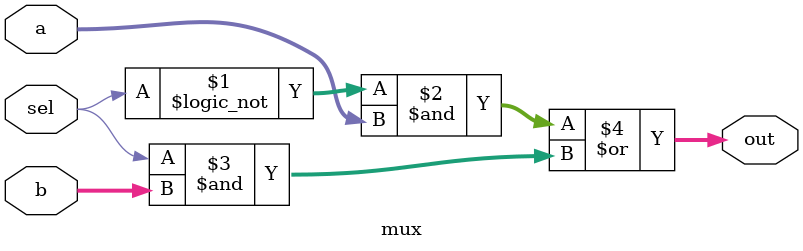
<source format=v>
module mux( 
input [4:0] a, b,
input sel,
output [4:0] out );
// When sel=0, assign a to out. 
// When sel=1, assign b to out.
assign out = (!sel & a) | (sel & b);
endmodule

</source>
